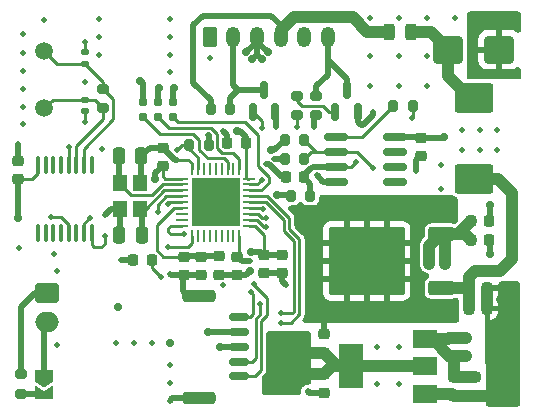
<source format=gbr>
%TF.GenerationSoftware,KiCad,Pcbnew,7.0.9*%
%TF.CreationDate,2023-11-27T14:53:40+10:00*%
%TF.ProjectId,cansult,63616e73-756c-4742-9e6b-696361645f70,rev?*%
%TF.SameCoordinates,Original*%
%TF.FileFunction,Copper,L1,Top*%
%TF.FilePolarity,Positive*%
%FSLAX46Y46*%
G04 Gerber Fmt 4.6, Leading zero omitted, Abs format (unit mm)*
G04 Created by KiCad (PCBNEW 7.0.9) date 2023-11-27 14:53:40*
%MOMM*%
%LPD*%
G01*
G04 APERTURE LIST*
G04 Aperture macros list*
%AMRoundRect*
0 Rectangle with rounded corners*
0 $1 Rounding radius*
0 $2 $3 $4 $5 $6 $7 $8 $9 X,Y pos of 4 corners*
0 Add a 4 corners polygon primitive as box body*
4,1,4,$2,$3,$4,$5,$6,$7,$8,$9,$2,$3,0*
0 Add four circle primitives for the rounded corners*
1,1,$1+$1,$2,$3*
1,1,$1+$1,$4,$5*
1,1,$1+$1,$6,$7*
1,1,$1+$1,$8,$9*
0 Add four rect primitives between the rounded corners*
20,1,$1+$1,$2,$3,$4,$5,0*
20,1,$1+$1,$4,$5,$6,$7,0*
20,1,$1+$1,$6,$7,$8,$9,0*
20,1,$1+$1,$8,$9,$2,$3,0*%
%AMFreePoly0*
4,1,6,1.000000,0.000000,0.500000,-0.750000,-0.500000,-0.750000,-0.500000,0.750000,0.500000,0.750000,1.000000,0.000000,1.000000,0.000000,$1*%
%AMFreePoly1*
4,1,6,0.500000,-0.750000,-0.650000,-0.750000,-0.150000,0.000000,-0.650000,0.750000,0.500000,0.750000,0.500000,-0.750000,0.500000,-0.750000,$1*%
G04 Aperture macros list end*
%TA.AperFunction,SMDPad,CuDef*%
%ADD10RoundRect,0.225000X-0.225000X-0.250000X0.225000X-0.250000X0.225000X0.250000X-0.225000X0.250000X0*%
%TD*%
%TA.AperFunction,SMDPad,CuDef*%
%ADD11R,2.000000X1.500000*%
%TD*%
%TA.AperFunction,SMDPad,CuDef*%
%ADD12R,2.000000X3.800000*%
%TD*%
%TA.AperFunction,SMDPad,CuDef*%
%ADD13RoundRect,0.200000X0.200000X0.275000X-0.200000X0.275000X-0.200000X-0.275000X0.200000X-0.275000X0*%
%TD*%
%TA.AperFunction,SMDPad,CuDef*%
%ADD14RoundRect,0.150000X0.700000X-0.150000X0.700000X0.150000X-0.700000X0.150000X-0.700000X-0.150000X0*%
%TD*%
%TA.AperFunction,SMDPad,CuDef*%
%ADD15RoundRect,0.250000X1.150000X-0.250000X1.150000X0.250000X-1.150000X0.250000X-1.150000X-0.250000X0*%
%TD*%
%TA.AperFunction,SMDPad,CuDef*%
%ADD16RoundRect,0.225000X-0.250000X0.225000X-0.250000X-0.225000X0.250000X-0.225000X0.250000X0.225000X0*%
%TD*%
%TA.AperFunction,SMDPad,CuDef*%
%ADD17RoundRect,0.150000X0.150000X-0.587500X0.150000X0.587500X-0.150000X0.587500X-0.150000X-0.587500X0*%
%TD*%
%TA.AperFunction,SMDPad,CuDef*%
%ADD18RoundRect,0.200000X-0.275000X0.200000X-0.275000X-0.200000X0.275000X-0.200000X0.275000X0.200000X0*%
%TD*%
%TA.AperFunction,SMDPad,CuDef*%
%ADD19RoundRect,0.243750X0.243750X0.456250X-0.243750X0.456250X-0.243750X-0.456250X0.243750X-0.456250X0*%
%TD*%
%TA.AperFunction,SMDPad,CuDef*%
%ADD20RoundRect,0.140000X0.170000X-0.140000X0.170000X0.140000X-0.170000X0.140000X-0.170000X-0.140000X0*%
%TD*%
%TA.AperFunction,SMDPad,CuDef*%
%ADD21RoundRect,0.200000X-0.200000X-0.275000X0.200000X-0.275000X0.200000X0.275000X-0.200000X0.275000X0*%
%TD*%
%TA.AperFunction,SMDPad,CuDef*%
%ADD22RoundRect,0.218750X-0.256250X0.218750X-0.256250X-0.218750X0.256250X-0.218750X0.256250X0.218750X0*%
%TD*%
%TA.AperFunction,SMDPad,CuDef*%
%ADD23RoundRect,0.225000X0.250000X-0.225000X0.250000X0.225000X-0.250000X0.225000X-0.250000X-0.225000X0*%
%TD*%
%TA.AperFunction,SMDPad,CuDef*%
%ADD24RoundRect,0.200000X0.275000X-0.200000X0.275000X0.200000X-0.275000X0.200000X-0.275000X-0.200000X0*%
%TD*%
%TA.AperFunction,SMDPad,CuDef*%
%ADD25RoundRect,0.140000X-0.170000X0.140000X-0.170000X-0.140000X0.170000X-0.140000X0.170000X0.140000X0*%
%TD*%
%TA.AperFunction,SMDPad,CuDef*%
%ADD26RoundRect,0.250000X-0.250000X-0.475000X0.250000X-0.475000X0.250000X0.475000X-0.250000X0.475000X0*%
%TD*%
%TA.AperFunction,SMDPad,CuDef*%
%ADD27RoundRect,0.250000X1.400000X1.000000X-1.400000X1.000000X-1.400000X-1.000000X1.400000X-1.000000X0*%
%TD*%
%TA.AperFunction,SMDPad,CuDef*%
%ADD28RoundRect,0.250000X-1.000000X-0.900000X1.000000X-0.900000X1.000000X0.900000X-1.000000X0.900000X0*%
%TD*%
%TA.AperFunction,SMDPad,CuDef*%
%ADD29RoundRect,0.225000X0.225000X0.250000X-0.225000X0.250000X-0.225000X-0.250000X0.225000X-0.250000X0*%
%TD*%
%TA.AperFunction,ConnectorPad*%
%ADD30C,0.787400*%
%TD*%
%TA.AperFunction,SMDPad,CuDef*%
%ADD31FreePoly0,270.000000*%
%TD*%
%TA.AperFunction,SMDPad,CuDef*%
%ADD32FreePoly1,270.000000*%
%TD*%
%TA.AperFunction,SMDPad,CuDef*%
%ADD33RoundRect,0.062500X-0.475000X-0.062500X0.475000X-0.062500X0.475000X0.062500X-0.475000X0.062500X0*%
%TD*%
%TA.AperFunction,SMDPad,CuDef*%
%ADD34RoundRect,0.062500X-0.062500X-0.475000X0.062500X-0.475000X0.062500X0.475000X-0.062500X0.475000X0*%
%TD*%
%TA.AperFunction,SMDPad,CuDef*%
%ADD35R,4.100000X4.100000*%
%TD*%
%TA.AperFunction,SMDPad,CuDef*%
%ADD36RoundRect,0.150000X-0.825000X-0.150000X0.825000X-0.150000X0.825000X0.150000X-0.825000X0.150000X0*%
%TD*%
%TA.AperFunction,ComponentPad*%
%ADD37C,1.500000*%
%TD*%
%TA.AperFunction,SMDPad,CuDef*%
%ADD38RoundRect,0.250000X0.850000X0.350000X-0.850000X0.350000X-0.850000X-0.350000X0.850000X-0.350000X0*%
%TD*%
%TA.AperFunction,SMDPad,CuDef*%
%ADD39RoundRect,0.250000X1.275000X1.125000X-1.275000X1.125000X-1.275000X-1.125000X1.275000X-1.125000X0*%
%TD*%
%TA.AperFunction,SMDPad,CuDef*%
%ADD40RoundRect,0.249997X2.950003X2.650003X-2.950003X2.650003X-2.950003X-2.650003X2.950003X-2.650003X0*%
%TD*%
%TA.AperFunction,SMDPad,CuDef*%
%ADD41R,1.200000X1.400000*%
%TD*%
%TA.AperFunction,ComponentPad*%
%ADD42RoundRect,0.250000X-0.750000X0.600000X-0.750000X-0.600000X0.750000X-0.600000X0.750000X0.600000X0*%
%TD*%
%TA.AperFunction,ComponentPad*%
%ADD43O,2.000000X1.700000*%
%TD*%
%TA.AperFunction,SMDPad,CuDef*%
%ADD44RoundRect,0.250000X0.250000X0.475000X-0.250000X0.475000X-0.250000X-0.475000X0.250000X-0.475000X0*%
%TD*%
%TA.AperFunction,ComponentPad*%
%ADD45RoundRect,0.250000X-0.350000X-0.625000X0.350000X-0.625000X0.350000X0.625000X-0.350000X0.625000X0*%
%TD*%
%TA.AperFunction,ComponentPad*%
%ADD46O,1.200000X1.750000*%
%TD*%
%TA.AperFunction,SMDPad,CuDef*%
%ADD47RoundRect,0.100000X0.100000X-0.637500X0.100000X0.637500X-0.100000X0.637500X-0.100000X-0.637500X0*%
%TD*%
%TA.AperFunction,ViaPad*%
%ADD48C,0.500000*%
%TD*%
%TA.AperFunction,ViaPad*%
%ADD49C,0.700000*%
%TD*%
%TA.AperFunction,Conductor*%
%ADD50C,0.500000*%
%TD*%
%TA.AperFunction,Conductor*%
%ADD51C,0.254000*%
%TD*%
%TA.AperFunction,Conductor*%
%ADD52C,1.000000*%
%TD*%
%TA.AperFunction,Conductor*%
%ADD53C,0.250000*%
%TD*%
G04 APERTURE END LIST*
D10*
%TO.P,C25,1*%
%TO.N,/power/+12 VIN*%
X205325000Y-94400000D03*
%TO.P,C25,2*%
%TO.N,GND*%
X206875000Y-94400000D03*
%TD*%
D11*
%TO.P,U5,1,GND*%
%TO.N,GND*%
X201650000Y-101600000D03*
%TO.P,U5,2,VO*%
%TO.N,+3V3*%
X201650000Y-99300000D03*
D12*
X195350000Y-99300000D03*
D11*
%TO.P,U5,3,VI*%
%TO.N,+5V*%
X201650000Y-97000000D03*
%TD*%
D13*
%TO.P,R2,1*%
%TO.N,/consult/OA-*%
X191425000Y-80100000D03*
%TO.P,R2,2*%
%TO.N,+3V3*%
X189775000Y-80100000D03*
%TD*%
D14*
%TO.P,J4,1,Pin_1*%
%TO.N,MCU_RX*%
X185850000Y-100150000D03*
%TO.P,J4,2,Pin_2*%
%TO.N,MCU_TX*%
X185850000Y-98900000D03*
%TO.P,J4,3,Pin_3*%
%TO.N,GND*%
X185850000Y-97650000D03*
%TO.P,J4,4,Pin_4*%
%TO.N,+5V*%
X185850000Y-96400000D03*
%TO.P,J4,5,Pin_5*%
%TO.N,BT_EN*%
X185850000Y-95150000D03*
D15*
%TO.P,J4,MP,MountPin*%
%TO.N,GND*%
X182500000Y-102000000D03*
X182500000Y-93300000D03*
%TD*%
D16*
%TO.P,C15,1*%
%TO.N,+3V3A*%
X181200000Y-90000000D03*
%TO.P,C15,2*%
%TO.N,GND*%
X181200000Y-91550000D03*
%TD*%
D17*
%TO.P,Q2,1,G*%
%TO.N,CLK_O*%
X187050000Y-77737500D03*
%TO.P,Q2,2,S*%
%TO.N,GND*%
X188950000Y-77737500D03*
%TO.P,Q2,3,D*%
%TO.N,CNSLT_CLK*%
X188000000Y-75862500D03*
%TD*%
D10*
%TO.P,C23,1*%
%TO.N,/power/+12 VIN*%
X205350000Y-92700000D03*
%TO.P,C23,2*%
%TO.N,GND*%
X206900000Y-92700000D03*
%TD*%
D18*
%TO.P,R5,1*%
%TO.N,CNSLT_RX*%
X192400000Y-76375000D03*
%TO.P,R5,2*%
%TO.N,+12V*%
X192400000Y-78025000D03*
%TD*%
D19*
%TO.P,F1,1*%
%TO.N,/power/+12 FUSED*%
X200437500Y-71000000D03*
%TO.P,F1,2*%
%TO.N,+12V*%
X198562500Y-71000000D03*
%TD*%
D10*
%TO.P,C27,1*%
%TO.N,+5V*%
X205525000Y-88600000D03*
%TO.P,C27,2*%
%TO.N,GND*%
X207075000Y-88600000D03*
%TD*%
D20*
%TO.P,C4,1*%
%TO.N,OSC_OUT*%
X172800000Y-73680000D03*
%TO.P,C4,2*%
%TO.N,GND*%
X172800000Y-72720000D03*
%TD*%
D16*
%TO.P,C13,1*%
%TO.N,+3V3*%
X188000000Y-89850000D03*
%TO.P,C13,2*%
%TO.N,GND*%
X188000000Y-91400000D03*
%TD*%
D21*
%TO.P,R9,1*%
%TO.N,/mcu/BOOT0*%
X181675000Y-80562500D03*
%TO.P,R9,2*%
%TO.N,GND*%
X183325000Y-80562500D03*
%TD*%
D22*
%TO.P,FB1,1*%
%TO.N,+3V3A*%
X184200000Y-89987500D03*
%TO.P,FB1,2*%
%TO.N,+3V3*%
X184200000Y-91562500D03*
%TD*%
D23*
%TO.P,C5,1*%
%TO.N,+3V3*%
X167200000Y-83475000D03*
%TO.P,C5,2*%
%TO.N,GND*%
X167200000Y-81925000D03*
%TD*%
D13*
%TO.P,R1,1*%
%TO.N,CNSLT_TX*%
X191925000Y-84900000D03*
%TO.P,R1,2*%
%TO.N,+3V3*%
X190275000Y-84900000D03*
%TD*%
D24*
%TO.P,R8,1*%
%TO.N,OSC_IN*%
X174400000Y-77425000D03*
%TO.P,R8,2*%
%TO.N,OSC_OUT*%
X174400000Y-75775000D03*
%TD*%
D13*
%TO.P,R7,1*%
%TO.N,CNSLT_CLK*%
X185125000Y-77500000D03*
%TO.P,R7,2*%
%TO.N,+12V*%
X183475000Y-77500000D03*
%TD*%
D16*
%TO.P,C9,1*%
%TO.N,+3V3*%
X189500000Y-89850000D03*
%TO.P,C9,2*%
%TO.N,GND*%
X189500000Y-91400000D03*
%TD*%
%TO.P,C2,1*%
%TO.N,+3V3*%
X201275000Y-79930000D03*
%TO.P,C2,2*%
%TO.N,GND*%
X201275000Y-81480000D03*
%TD*%
D25*
%TO.P,C3,1*%
%TO.N,OSC_IN*%
X172800000Y-76720000D03*
%TO.P,C3,2*%
%TO.N,GND*%
X172800000Y-77680000D03*
%TD*%
D26*
%TO.P,C12,1*%
%TO.N,GND*%
X175750000Y-88162500D03*
%TO.P,C12,2*%
%TO.N,/mcu/HSE_OUT*%
X177650000Y-88162500D03*
%TD*%
D27*
%TO.P,D3,1,K*%
%TO.N,/power/+12 VIN*%
X205750000Y-83400000D03*
%TO.P,D3,2,A*%
%TO.N,/power/+12 FUSED*%
X205750000Y-76600000D03*
%TD*%
D16*
%TO.P,C21,1*%
%TO.N,+5V*%
X205850000Y-100225000D03*
%TO.P,C21,2*%
%TO.N,GND*%
X205850000Y-101775000D03*
%TD*%
D21*
%TO.P,R6,1*%
%TO.N,/consult/RX_OO*%
X198925000Y-77250000D03*
%TO.P,R6,2*%
%TO.N,MCU_RX*%
X200575000Y-77250000D03*
%TD*%
D28*
%TO.P,D2,1,A1*%
%TO.N,/power/+12 FUSED*%
X203600000Y-72500000D03*
%TO.P,D2,2,A2*%
%TO.N,GND*%
X207900000Y-72500000D03*
%TD*%
D23*
%TO.P,C11,1*%
%TO.N,+3V3*%
X179412500Y-82337500D03*
%TO.P,C11,2*%
%TO.N,GND*%
X179412500Y-80787500D03*
%TD*%
D29*
%TO.P,C14,1*%
%TO.N,+3V3*%
X186437500Y-80400000D03*
%TO.P,C14,2*%
%TO.N,GND*%
X184887500Y-80400000D03*
%TD*%
D30*
%TO.P,J2,1,VCC*%
%TO.N,+3V3*%
X180270000Y-76900000D03*
%TO.P,J2,2,SWDIO*%
%TO.N,SWDIO*%
X180270000Y-78170000D03*
%TO.P,J2,3,~{RESET}*%
%TO.N,NRST*%
X179000000Y-76900000D03*
%TO.P,J2,4,SWCLK*%
%TO.N,SWCLK*%
X179000000Y-78170000D03*
%TO.P,J2,5,GND*%
%TO.N,GND*%
X177730000Y-76900000D03*
%TO.P,J2,6,SWO*%
%TO.N,SWO*%
X177730000Y-78170000D03*
%TD*%
D31*
%TO.P,JP4,1,A*%
%TO.N,/mcu/CANL*%
X169400000Y-100075000D03*
D32*
%TO.P,JP4,2,B*%
%TO.N,Net-(JP4-B)*%
X169400000Y-101525000D03*
%TD*%
D33*
%TO.P,U4,1,VDD*%
%TO.N,+3V3*%
X181075000Y-83400000D03*
%TO.P,U4,2,PD0*%
%TO.N,/mcu/HSE_IN*%
X181075000Y-83900000D03*
%TO.P,U4,3,PD1*%
%TO.N,/mcu/HSE_OUT*%
X181075000Y-84400000D03*
%TO.P,U4,4,NRST*%
%TO.N,NRST*%
X181075000Y-84900000D03*
%TO.P,U4,5,VSSA*%
%TO.N,GND*%
X181075000Y-85400000D03*
%TO.P,U4,6,VDDA*%
%TO.N,+3V3A*%
X181075000Y-85900000D03*
%TO.P,U4,7,PA0*%
%TO.N,unconnected-(U4-PA0-Pad7)*%
X181075000Y-86400000D03*
%TO.P,U4,8,PA1*%
%TO.N,unconnected-(U4-PA1-Pad8)*%
X181075000Y-86900000D03*
%TO.P,U4,9,USART2_TX*%
%TO.N,MCU_RX*%
X181075000Y-87400000D03*
D34*
%TO.P,U4,10,USART2_RX*%
%TO.N,MCU_TX*%
X181912500Y-88237500D03*
%TO.P,U4,11,PA4*%
%TO.N,unconnected-(U4-PA4-Pad11)*%
X182412500Y-88237500D03*
%TO.P,U4,12,PA5*%
%TO.N,unconnected-(U4-PA5-Pad12)*%
X182912500Y-88237500D03*
%TO.P,U4,13,PA6*%
%TO.N,unconnected-(U4-PA6-Pad13)*%
X183412500Y-88237500D03*
%TO.P,U4,14,PA7*%
%TO.N,unconnected-(U4-PA7-Pad14)*%
X183912500Y-88237500D03*
%TO.P,U4,15,PB0*%
%TO.N,unconnected-(U4-PB0-Pad15)*%
X184412500Y-88237500D03*
%TO.P,U4,16,PB1*%
%TO.N,unconnected-(U4-PB1-Pad16)*%
X184912500Y-88237500D03*
%TO.P,U4,17,PB2*%
%TO.N,unconnected-(U4-PB2-Pad17)*%
X185412500Y-88237500D03*
%TO.P,U4,18,VSS*%
%TO.N,GND*%
X185912500Y-88237500D03*
D33*
%TO.P,U4,19,VDD*%
%TO.N,+3V3*%
X186750000Y-87400000D03*
%TO.P,U4,20,PA8*%
%TO.N,BT_EN*%
X186750000Y-86900000D03*
%TO.P,U4,21,USART1_TX*%
%TO.N,MCU_TX*%
X186750000Y-86400000D03*
%TO.P,U4,22,USART1_RX*%
%TO.N,MCU_RX*%
X186750000Y-85900000D03*
%TO.P,U4,23,PA11*%
%TO.N,CAN_RX*%
X186750000Y-85400000D03*
%TO.P,U4,24,PA12*%
%TO.N,CAN_TX*%
X186750000Y-84900000D03*
%TO.P,U4,25,PA13*%
%TO.N,SWDIO*%
X186750000Y-84400000D03*
%TO.P,U4,26,VSS*%
%TO.N,GND*%
X186750000Y-83900000D03*
%TO.P,U4,27,VDD*%
%TO.N,+3V3*%
X186750000Y-83400000D03*
D34*
%TO.P,U4,28,PA14*%
%TO.N,SWCLK*%
X185912500Y-82562500D03*
%TO.P,U4,29,PA15*%
%TO.N,unconnected-(U4-PA15-Pad29)*%
X185412500Y-82562500D03*
%TO.P,U4,30,PB3*%
%TO.N,SWO*%
X184912500Y-82562500D03*
%TO.P,U4,31,PB4*%
%TO.N,unconnected-(U4-PB4-Pad31)*%
X184412500Y-82562500D03*
%TO.P,U4,32,PB5*%
%TO.N,unconnected-(U4-PB5-Pad32)*%
X183912500Y-82562500D03*
%TO.P,U4,33,PB6*%
%TO.N,unconnected-(U4-PB6-Pad33)*%
X183412500Y-82562500D03*
%TO.P,U4,34,PB7*%
%TO.N,unconnected-(U4-PB7-Pad34)*%
X182912500Y-82562500D03*
%TO.P,U4,35,BOOT0*%
%TO.N,/mcu/BOOT0*%
X182412500Y-82562500D03*
%TO.P,U4,36,VSS*%
%TO.N,GND*%
X181912500Y-82562500D03*
D35*
%TO.P,U4,37,VSS*%
X183912500Y-85400000D03*
%TD*%
D16*
%TO.P,C24,1*%
%TO.N,+3V3*%
X193100000Y-99975000D03*
%TO.P,C24,2*%
%TO.N,GND*%
X193100000Y-101525000D03*
%TD*%
D36*
%TO.P,U1,1*%
%TO.N,/consult/RX_OO*%
X194125000Y-79845000D03*
%TO.P,U1,2,-*%
%TO.N,/consult/OA-*%
X194125000Y-81115000D03*
%TO.P,U1,3,+*%
%TO.N,CNSLT_TX*%
X194125000Y-82385000D03*
%TO.P,U1,4,V-*%
%TO.N,GND*%
X194125000Y-83655000D03*
%TO.P,U1,5,+*%
%TO.N,unconnected-(U1B-+-Pad5)*%
X199075000Y-83655000D03*
%TO.P,U1,6,-*%
%TO.N,unconnected-(U1B---Pad6)*%
X199075000Y-82385000D03*
%TO.P,U1,7*%
%TO.N,unconnected-(U1-Pad7)*%
X199075000Y-81115000D03*
%TO.P,U1,8,V+*%
%TO.N,+3V3*%
X199075000Y-79845000D03*
%TD*%
D23*
%TO.P,C26,1*%
%TO.N,+3V3*%
X193100000Y-98150000D03*
%TO.P,C26,2*%
%TO.N,GND*%
X193100000Y-96600000D03*
%TD*%
D37*
%TO.P,Y1,1,1*%
%TO.N,OSC_IN*%
X169400000Y-77450000D03*
%TO.P,Y1,2,2*%
%TO.N,OSC_OUT*%
X169400000Y-72570000D03*
%TD*%
D38*
%TO.P,U6,1,VI*%
%TO.N,/power/+12 VIN*%
X203000000Y-92660000D03*
D39*
%TO.P,U6,2,GND*%
%TO.N,GND*%
X198375000Y-91905000D03*
X198375000Y-88855000D03*
D40*
X196700000Y-90380000D03*
D39*
X195025000Y-91905000D03*
X195025000Y-88855000D03*
D38*
%TO.P,U6,3,VO*%
%TO.N,+5V*%
X203000000Y-88100000D03*
%TD*%
D21*
%TO.P,R3,1*%
%TO.N,GND*%
X189775000Y-81700000D03*
%TO.P,R3,2*%
%TO.N,/consult/OA-*%
X191425000Y-81700000D03*
%TD*%
D41*
%TO.P,Y2,1,1*%
%TO.N,/mcu/HSE_IN*%
X175800000Y-83750000D03*
%TO.P,Y2,2,2*%
%TO.N,GND*%
X175800000Y-85950000D03*
%TO.P,Y2,3,3*%
%TO.N,/mcu/HSE_OUT*%
X177500000Y-85950000D03*
%TO.P,Y2,4,4*%
%TO.N,GND*%
X177500000Y-83750000D03*
%TD*%
D42*
%TO.P,J3,1,Pin_1*%
%TO.N,/mcu/CANH*%
X169650000Y-93050000D03*
D43*
%TO.P,J3,2,Pin_2*%
%TO.N,/mcu/CANL*%
X169650000Y-95550000D03*
%TD*%
D16*
%TO.P,C20,1*%
%TO.N,+5V*%
X204100000Y-100225000D03*
%TO.P,C20,2*%
%TO.N,GND*%
X204100000Y-101775000D03*
%TD*%
D18*
%TO.P,R10,1*%
%TO.N,/mcu/CANH*%
X167400000Y-99975000D03*
%TO.P,R10,2*%
%TO.N,Net-(JP4-B)*%
X167400000Y-101625000D03*
%TD*%
D10*
%TO.P,C10,1*%
%TO.N,GND*%
X176925000Y-90312500D03*
%TO.P,C10,2*%
%TO.N,/mcu/NRST BJ*%
X178475000Y-90312500D03*
%TD*%
D44*
%TO.P,C7,1*%
%TO.N,GND*%
X177600000Y-81500000D03*
%TO.P,C7,2*%
%TO.N,/mcu/HSE_IN*%
X175700000Y-81500000D03*
%TD*%
D29*
%TO.P,C1,1*%
%TO.N,CNSLT_TX*%
X191375000Y-83300000D03*
%TO.P,C1,2*%
%TO.N,GND*%
X189825000Y-83300000D03*
%TD*%
D10*
%TO.P,C28,1*%
%TO.N,+5V*%
X205525000Y-87000000D03*
%TO.P,C28,2*%
%TO.N,GND*%
X207075000Y-87000000D03*
%TD*%
D45*
%TO.P,J1,1,Pin_1*%
%TO.N,unconnected-(J1-Pin_1-Pad1)*%
X183400000Y-71450000D03*
D46*
%TO.P,J1,2,Pin_2*%
%TO.N,CNSLT_CLK*%
X185400000Y-71450000D03*
%TO.P,J1,3,Pin_3*%
%TO.N,GND*%
X187400000Y-71450000D03*
%TO.P,J1,4,Pin_4*%
%TO.N,+12V*%
X189400000Y-71450000D03*
%TO.P,J1,5,Pin_5*%
%TO.N,CNSLT_TX*%
X191400000Y-71450000D03*
%TO.P,J1,6,Pin_6*%
%TO.N,CNSLT_RX*%
X193400000Y-71450000D03*
%TD*%
D24*
%TO.P,R4,1*%
%TO.N,MCU_TX*%
X190800000Y-78025000D03*
%TO.P,R4,2*%
%TO.N,Net-(Q1-G)*%
X190800000Y-76375000D03*
%TD*%
D16*
%TO.P,C17,1*%
%TO.N,+3V3A*%
X182700000Y-90000000D03*
%TO.P,C17,2*%
%TO.N,GND*%
X182700000Y-91550000D03*
%TD*%
D17*
%TO.P,Q1,1,G*%
%TO.N,Net-(Q1-G)*%
X194050000Y-77737500D03*
%TO.P,Q1,2,S*%
%TO.N,GND*%
X195950000Y-77737500D03*
%TO.P,Q1,3,D*%
%TO.N,CNSLT_RX*%
X195000000Y-75862500D03*
%TD*%
D47*
%TO.P,U2,1,Q12*%
%TO.N,unconnected-(U2-Q12-Pad1)*%
X168850000Y-88000000D03*
%TO.P,U2,2,Q13*%
%TO.N,unconnected-(U2-Q13-Pad2)*%
X169500000Y-88000000D03*
%TO.P,U2,3,Q14*%
%TO.N,unconnected-(U2-Q14-Pad3)*%
X170150000Y-88000000D03*
%TO.P,U2,4,Q6*%
%TO.N,unconnected-(U2-Q6-Pad4)*%
X170800000Y-88000000D03*
%TO.P,U2,5,Q5*%
%TO.N,/consult/CLK_Q5*%
X171450000Y-88000000D03*
%TO.P,U2,6,Q7*%
%TO.N,unconnected-(U2-Q7-Pad6)*%
X172100000Y-88000000D03*
%TO.P,U2,7,Q4*%
%TO.N,/consult/CLK_Q4*%
X172750000Y-88000000D03*
%TO.P,U2,8,GND*%
%TO.N,GND*%
X173400000Y-88000000D03*
%TO.P,U2,9,OSC_OUT_2*%
%TO.N,unconnected-(U2-OSC_OUT_2-Pad9)*%
X173400000Y-82275000D03*
%TO.P,U2,10,OSC_OUT_1*%
%TO.N,OSC_OUT*%
X172750000Y-82275000D03*
%TO.P,U2,11,OSC_IN*%
%TO.N,OSC_IN*%
X172100000Y-82275000D03*
%TO.P,U2,12,RESET*%
%TO.N,GND*%
X171450000Y-82275000D03*
%TO.P,U2,13,Q9*%
%TO.N,unconnected-(U2-Q9-Pad13)*%
X170800000Y-82275000D03*
%TO.P,U2,14,Q8*%
%TO.N,unconnected-(U2-Q8-Pad14)*%
X170150000Y-82275000D03*
%TO.P,U2,15,Q10*%
%TO.N,unconnected-(U2-Q10-Pad15)*%
X169500000Y-82275000D03*
%TO.P,U2,16,VCC*%
%TO.N,+3V3*%
X168850000Y-82275000D03*
%TD*%
D23*
%TO.P,C19,1*%
%TO.N,+3V3*%
X185700000Y-91550000D03*
%TO.P,C19,2*%
%TO.N,GND*%
X185700000Y-90000000D03*
%TD*%
D48*
%TO.N,CNSLT_TX*%
X195750000Y-82000000D03*
%TO.N,GND*%
X183400000Y-73200000D03*
X170250000Y-89750000D03*
X167600000Y-74300000D03*
D49*
X198400000Y-94900000D03*
X195000000Y-86000000D03*
D48*
X199400000Y-73000000D03*
X187826500Y-83502796D03*
X199400000Y-97700000D03*
X180000000Y-102200000D03*
X167600000Y-77300000D03*
X198900000Y-88500000D03*
D49*
X195000000Y-94900000D03*
X207500000Y-69750000D03*
D48*
X180000000Y-71400000D03*
X170500000Y-91200000D03*
X207750000Y-81000000D03*
D49*
X207100000Y-89800000D03*
X208700000Y-100300000D03*
D48*
X182400000Y-83900000D03*
D49*
X208700000Y-94400000D03*
D48*
X206250000Y-81000000D03*
X175500000Y-97300000D03*
X191700000Y-101400000D03*
X197250000Y-77750000D03*
X196700000Y-92200000D03*
X206250000Y-79250000D03*
X174000000Y-69900000D03*
D49*
X186500000Y-72700000D03*
D48*
X188819785Y-81768699D03*
D49*
X193200000Y-94900000D03*
D48*
X197600000Y-97696228D03*
X175900000Y-90260000D03*
X201800000Y-69800000D03*
D49*
X198400000Y-86000000D03*
D48*
X167600000Y-72800000D03*
X201800000Y-75600000D03*
D49*
X202800000Y-86000000D03*
X192200000Y-89900000D03*
D48*
X169400000Y-70000000D03*
D49*
X187800000Y-73300000D03*
D48*
X199400000Y-100800000D03*
X197000000Y-69800000D03*
X180000000Y-99200000D03*
X172800000Y-75200000D03*
D49*
X200000000Y-94900000D03*
D48*
X207750000Y-79250000D03*
X186849812Y-90402843D03*
X177000000Y-97300000D03*
X180000000Y-100700000D03*
D49*
X208700000Y-92700000D03*
D48*
X174300000Y-80900000D03*
X180000000Y-69900000D03*
D49*
X192200000Y-93600000D03*
D48*
X198900000Y-92200000D03*
X171450000Y-80700000D03*
X172800000Y-78600000D03*
X167600000Y-71200000D03*
X197000000Y-73000000D03*
D49*
X208750000Y-69750000D03*
D48*
X203000000Y-82250000D03*
D49*
X192200000Y-88200000D03*
D48*
X172800000Y-71800000D03*
X204750000Y-81000000D03*
D49*
X196700000Y-94900000D03*
D48*
X197600000Y-100800000D03*
X204750000Y-79250000D03*
X185400000Y-87000000D03*
X194500000Y-92200000D03*
D49*
X208700000Y-97400000D03*
D48*
X184556358Y-92441960D03*
X201800000Y-73000000D03*
X185400000Y-83900000D03*
X197000000Y-75600000D03*
X192500000Y-83123500D03*
X180600000Y-81800000D03*
D49*
X192200000Y-86500000D03*
D48*
X194500000Y-88500000D03*
D49*
X196700000Y-86000000D03*
D48*
X203000000Y-84250000D03*
X204200000Y-69800000D03*
X174500000Y-86500000D03*
X200900000Y-82750000D03*
X180000000Y-72900000D03*
X184567947Y-79351108D03*
X188200000Y-82200000D03*
D49*
X207100000Y-85600000D03*
D48*
X174500000Y-88300000D03*
X167600000Y-78800000D03*
D49*
X175650000Y-94270000D03*
X177500000Y-75100000D03*
X200300000Y-86000000D03*
D48*
X189900000Y-92450000D03*
X180050000Y-91500000D03*
X196700000Y-88500000D03*
D49*
X184250000Y-97650000D03*
D48*
X170500000Y-97500000D03*
X167250000Y-89250000D03*
D49*
X205700000Y-71000000D03*
D48*
X199400000Y-69800000D03*
X182400000Y-87000000D03*
X167600000Y-75800000D03*
X180000000Y-74400000D03*
X167200000Y-80500000D03*
X183286768Y-79690595D03*
D49*
X192200000Y-91700000D03*
X206250000Y-69750000D03*
X208700000Y-101800000D03*
D48*
X199400000Y-75600000D03*
X179908819Y-85520497D03*
D49*
X187000000Y-73300000D03*
D48*
X189000000Y-79000000D03*
D49*
X193500000Y-86000000D03*
X188300000Y-72700000D03*
D48*
X174000000Y-71400000D03*
X178500000Y-97300000D03*
X174000000Y-72900000D03*
D49*
%TO.N,+3V3*%
X186902540Y-89605081D03*
X188700000Y-100000000D03*
X189124384Y-84775616D03*
X180400000Y-75700000D03*
X186850013Y-91202343D03*
X167200000Y-86700000D03*
X188700000Y-98100000D03*
X188600000Y-81000000D03*
X191200000Y-98100000D03*
X191200000Y-100000000D03*
X178800000Y-83400000D03*
X203250000Y-79900000D03*
X180000000Y-97300000D03*
X189900000Y-100000000D03*
X185687000Y-79399524D03*
X189900000Y-98100000D03*
%TO.N,+5V*%
X205100000Y-96900000D03*
X205100000Y-98400000D03*
X203300000Y-89400000D03*
X183250000Y-96400000D03*
X203300000Y-90600000D03*
X203700000Y-98400000D03*
X203700000Y-96900000D03*
X202000000Y-89400000D03*
X202000000Y-90600000D03*
D48*
%TO.N,+12V*%
X192250000Y-79000000D03*
D49*
%TO.N,NRST*%
X179100000Y-75700000D03*
D48*
X179000000Y-86200000D03*
%TO.N,/consult/CLK_Q5*%
X170000000Y-86630000D03*
%TO.N,CLK_O*%
X187800000Y-79100000D03*
%TO.N,/consult/CLK_Q4*%
X173250000Y-86700000D03*
%TO.N,/mcu/BOOT0*%
X180607372Y-80993128D03*
%TO.N,MCU_TX*%
X190750000Y-79000000D03*
X179900000Y-89200000D03*
X187700000Y-94000000D03*
X188192964Y-86708259D03*
%TO.N,MCU_RX*%
X187937500Y-86002796D03*
X181200000Y-88100000D03*
X187118555Y-92294094D03*
X200500000Y-78250000D03*
%TO.N,CAN_TX*%
X189400000Y-95600000D03*
%TO.N,CAN_RX*%
X189400000Y-94800000D03*
%TO.N,/mcu/NRST BJ*%
X179250000Y-91750000D03*
%TO.N,/consult/OA-*%
X197250000Y-82500000D03*
%TO.N,BT_EN*%
X186934148Y-92968852D03*
X188200000Y-87500000D03*
%TD*%
D50*
%TO.N,CNSLT_TX*%
X191375000Y-83300000D02*
X191375000Y-83125000D01*
D51*
X195750000Y-82000000D02*
X195365000Y-82385000D01*
D50*
X192134239Y-82385000D02*
X194125000Y-82385000D01*
X191925000Y-83850000D02*
X191375000Y-83300000D01*
X191925000Y-84900000D02*
X191925000Y-83850000D01*
D51*
X195365000Y-82385000D02*
X194125000Y-82385000D01*
D50*
X191894239Y-82625000D02*
X192134239Y-82385000D01*
X191375000Y-83125000D02*
X191875000Y-82625000D01*
X191875000Y-82625000D02*
X191894239Y-82625000D01*
D51*
%TO.N,GND*%
X181600000Y-81800000D02*
X181912500Y-82112500D01*
D50*
X174500000Y-86500000D02*
X175050000Y-85950000D01*
X175952500Y-90312500D02*
X176925000Y-90312500D01*
X187400000Y-71800000D02*
X186500000Y-72700000D01*
D51*
X181075000Y-85400000D02*
X180029316Y-85400000D01*
X187429296Y-83900000D02*
X186750000Y-83900000D01*
D50*
X181100000Y-92900000D02*
X181100000Y-91650000D01*
X200900000Y-82750000D02*
X200900000Y-81855000D01*
D51*
X180029316Y-85400000D02*
X179908819Y-85520497D01*
D50*
X187400000Y-71450000D02*
X187400000Y-72900000D01*
D52*
X208675000Y-101775000D02*
X208700000Y-101800000D01*
D50*
X188200000Y-82200000D02*
X188400000Y-82200000D01*
X189500000Y-92050000D02*
X189500000Y-91400000D01*
D51*
X174500000Y-88900000D02*
X174200000Y-89200000D01*
D50*
X193031500Y-83655000D02*
X194125000Y-83655000D01*
X181200000Y-91550000D02*
X182700000Y-91550000D01*
X188819785Y-81768699D02*
X189706301Y-81768699D01*
D51*
X174200000Y-89200000D02*
X173600000Y-89200000D01*
D50*
X189706301Y-81768699D02*
X189775000Y-81700000D01*
X195950000Y-77737500D02*
X195950000Y-78650000D01*
D52*
X203925000Y-101600000D02*
X204100000Y-101775000D01*
D50*
X182500000Y-93300000D02*
X181500000Y-93300000D01*
X200900000Y-81855000D02*
X201275000Y-81480000D01*
X184250000Y-97650000D02*
X185850000Y-97650000D01*
X177600000Y-83650000D02*
X177500000Y-83750000D01*
X178312500Y-80787500D02*
X177600000Y-81500000D01*
D52*
X206900000Y-92700000D02*
X206900000Y-94375000D01*
D50*
X189000000Y-79000000D02*
X189000000Y-77787500D01*
X187400000Y-71450000D02*
X187400000Y-71800000D01*
X193100000Y-95000000D02*
X193200000Y-94900000D01*
X183325000Y-79728827D02*
X183325000Y-80562500D01*
X188400000Y-82200000D02*
X189500000Y-83300000D01*
X187400000Y-72900000D02*
X187800000Y-73300000D01*
X191700000Y-101400000D02*
X191825000Y-101525000D01*
X191825000Y-101525000D02*
X193100000Y-101525000D01*
X175800000Y-88112500D02*
X175750000Y-88162500D01*
X183286768Y-79690595D02*
X183325000Y-79728827D01*
X175900000Y-90260000D02*
X175952500Y-90312500D01*
X193100000Y-96600000D02*
X193100000Y-95000000D01*
X186102843Y-90402843D02*
X185700000Y-90000000D01*
X189500000Y-91400000D02*
X188000000Y-91400000D01*
X179412500Y-80787500D02*
X178312500Y-80787500D01*
D51*
X172800000Y-72720000D02*
X172800000Y-71800000D01*
D50*
X180600000Y-81800000D02*
X180425000Y-81800000D01*
X181100000Y-91650000D02*
X181200000Y-91550000D01*
X187400000Y-72900000D02*
X187000000Y-73300000D01*
D52*
X205850000Y-101775000D02*
X204100000Y-101775000D01*
D50*
X192500000Y-83123500D02*
X193031500Y-83655000D01*
D51*
X187826500Y-83502796D02*
X187429296Y-83900000D01*
D52*
X208700000Y-101800000D02*
X208200000Y-101800000D01*
D51*
X185912500Y-89787500D02*
X185700000Y-90000000D01*
D50*
X186849812Y-90402843D02*
X186102843Y-90402843D01*
D51*
X181912500Y-82112500D02*
X181912500Y-82562500D01*
X174500000Y-88300000D02*
X174500000Y-88900000D01*
X172800000Y-77680000D02*
X172800000Y-78600000D01*
X171450000Y-80700000D02*
X171450000Y-82275000D01*
D50*
X180100000Y-91550000D02*
X181200000Y-91550000D01*
X195950000Y-78650000D02*
X196200000Y-78900000D01*
X196400000Y-78900000D02*
X197250000Y-78050000D01*
D52*
X205850000Y-101775000D02*
X208675000Y-101775000D01*
D50*
X187400000Y-71800000D02*
X188300000Y-72700000D01*
X196200000Y-78900000D02*
X196400000Y-78900000D01*
X177500000Y-75100000D02*
X177730000Y-75330000D01*
D52*
X206900000Y-94375000D02*
X206875000Y-94400000D01*
D50*
X181500000Y-93300000D02*
X181100000Y-92900000D01*
X177600000Y-81500000D02*
X177600000Y-83650000D01*
X175050000Y-85950000D02*
X175800000Y-85950000D01*
X180200000Y-102000000D02*
X182500000Y-102000000D01*
D51*
X173400000Y-89000000D02*
X173400000Y-88000000D01*
D50*
X207100000Y-85600000D02*
X207100000Y-86975000D01*
X177730000Y-75330000D02*
X177730000Y-76900000D01*
X167200000Y-81925000D02*
X167200000Y-80500000D01*
D52*
X201650000Y-101600000D02*
X203925000Y-101600000D01*
D50*
X180050000Y-91500000D02*
X180100000Y-91550000D01*
X184887500Y-79670661D02*
X184887500Y-80562500D01*
D51*
X185912500Y-88237500D02*
X185912500Y-89787500D01*
D50*
X180000000Y-102200000D02*
X180200000Y-102000000D01*
X175800000Y-85950000D02*
X175800000Y-88112500D01*
X189000000Y-77787500D02*
X188950000Y-77737500D01*
D51*
X180600000Y-81800000D02*
X181600000Y-81800000D01*
D50*
X207100000Y-88825000D02*
X207075000Y-88800000D01*
X189900000Y-92450000D02*
X189500000Y-92050000D01*
X180425000Y-81800000D02*
X179412500Y-80787500D01*
X189500000Y-83300000D02*
X189825000Y-83300000D01*
D51*
X173600000Y-89200000D02*
X173400000Y-89000000D01*
D50*
X207100000Y-86975000D02*
X207075000Y-87000000D01*
X207100000Y-89800000D02*
X207100000Y-88825000D01*
X184567947Y-79351108D02*
X184887500Y-79670661D01*
X197250000Y-78050000D02*
X197250000Y-77750000D01*
%TO.N,+3V3*%
X178800000Y-82950000D02*
X179412500Y-82337500D01*
X186850013Y-91202343D02*
X186502356Y-91550000D01*
D52*
X193100000Y-99975000D02*
X191225000Y-99975000D01*
D50*
X178800000Y-83400000D02*
X178800000Y-82950000D01*
X186902540Y-89605081D02*
X187755081Y-89605081D01*
X188875000Y-81000000D02*
X189775000Y-80100000D01*
X180270000Y-75830000D02*
X180270000Y-76900000D01*
D52*
X201650000Y-99300000D02*
X195350000Y-99300000D01*
D51*
X168850000Y-82275000D02*
X168850000Y-82950000D01*
D50*
X185983522Y-79399524D02*
X186437500Y-79853502D01*
D52*
X194200000Y-99300000D02*
X195350000Y-99300000D01*
D51*
X188000000Y-88165403D02*
X188000000Y-89850000D01*
X187234597Y-87400000D02*
X188000000Y-88165403D01*
D50*
X186502356Y-91550000D02*
X185700000Y-91550000D01*
X190150616Y-84775616D02*
X190275000Y-84900000D01*
D52*
X191250000Y-98150000D02*
X191200000Y-98100000D01*
D50*
X203250000Y-79900000D02*
X203220000Y-79930000D01*
D52*
X193100000Y-98150000D02*
X191250000Y-98150000D01*
D50*
X203220000Y-79930000D02*
X201275000Y-79930000D01*
D51*
X168325000Y-83475000D02*
X167200000Y-83475000D01*
D52*
X191225000Y-99975000D02*
X191200000Y-100000000D01*
D50*
X199075000Y-79845000D02*
X201190000Y-79845000D01*
D52*
X193100000Y-98150000D02*
X193100000Y-98200000D01*
D50*
X189500000Y-89850000D02*
X188000000Y-89850000D01*
D51*
X186750000Y-87400000D02*
X187234597Y-87400000D01*
X168850000Y-82950000D02*
X168325000Y-83475000D01*
X186565664Y-83400000D02*
X186437500Y-83271836D01*
D50*
X185687500Y-91562500D02*
X185700000Y-91550000D01*
D51*
X181075000Y-83400000D02*
X179600000Y-83400000D01*
X186437500Y-83271836D02*
X186437500Y-80562500D01*
D52*
X193100000Y-99975000D02*
X193775000Y-99300000D01*
D50*
X188600000Y-81000000D02*
X188875000Y-81000000D01*
X189124384Y-84775616D02*
X190150616Y-84775616D01*
X184200000Y-91562500D02*
X185687500Y-91562500D01*
X167200000Y-86700000D02*
X167200000Y-83475000D01*
X185687000Y-79399524D02*
X185983522Y-79399524D01*
D51*
X186750000Y-83400000D02*
X186565664Y-83400000D01*
X179600000Y-83400000D02*
X179412500Y-83212500D01*
D52*
X193100000Y-98200000D02*
X194200000Y-99300000D01*
D51*
X179412500Y-83212500D02*
X179412500Y-82337500D01*
D50*
X201190000Y-79845000D02*
X201275000Y-79930000D01*
X187755081Y-89605081D02*
X188000000Y-89850000D01*
X180400000Y-75700000D02*
X180270000Y-75830000D01*
X186437500Y-79853502D02*
X186437500Y-80562500D01*
D52*
X193775000Y-99300000D02*
X195350000Y-99300000D01*
D51*
%TO.N,OSC_IN*%
X170130000Y-76720000D02*
X172800000Y-76720000D01*
X172800000Y-76720000D02*
X173695000Y-76720000D01*
X173695000Y-76720000D02*
X174400000Y-77425000D01*
X169400000Y-77450000D02*
X170130000Y-76720000D01*
X172100000Y-82275000D02*
X172100000Y-80650000D01*
X174400000Y-78350000D02*
X174400000Y-77425000D01*
X172100000Y-80650000D02*
X174400000Y-78350000D01*
%TO.N,OSC_OUT*%
X169400000Y-72570000D02*
X170510000Y-73680000D01*
X170510000Y-73680000D02*
X172800000Y-73680000D01*
X175250000Y-76625000D02*
X174400000Y-75775000D01*
X175250000Y-78354130D02*
X175250000Y-76625000D01*
X172880000Y-73680000D02*
X174400000Y-75200000D01*
X172800000Y-73680000D02*
X172880000Y-73680000D01*
X174400000Y-75200000D02*
X174400000Y-75775000D01*
X172750000Y-82275000D02*
X172750000Y-80854130D01*
X172750000Y-80854130D02*
X175250000Y-78354130D01*
D52*
%TO.N,+5V*%
X202000000Y-90600000D02*
X202000000Y-89400000D01*
X205525000Y-87000000D02*
X204425000Y-88100000D01*
X205100000Y-98400000D02*
X203700000Y-98400000D01*
X202300000Y-97000000D02*
X203700000Y-98400000D01*
D50*
X183250000Y-96400000D02*
X185850000Y-96400000D01*
D52*
X201650000Y-97000000D02*
X203600000Y-97000000D01*
X203000000Y-88100000D02*
X205025000Y-88100000D01*
X203300000Y-88400000D02*
X203000000Y-88100000D01*
X203300000Y-89400000D02*
X203300000Y-88400000D01*
X204100000Y-98800000D02*
X203700000Y-98400000D01*
X202000000Y-89100000D02*
X203000000Y-88100000D01*
X203700000Y-96900000D02*
X205100000Y-96900000D01*
X203600000Y-97000000D02*
X203700000Y-96900000D01*
X205850000Y-100225000D02*
X204100000Y-100225000D01*
X202000000Y-89400000D02*
X202000000Y-89100000D01*
X201650000Y-97000000D02*
X202300000Y-97000000D01*
X204425000Y-88100000D02*
X203000000Y-88100000D01*
X203300000Y-90600000D02*
X203300000Y-89400000D01*
X205025000Y-88100000D02*
X205525000Y-88600000D01*
X204100000Y-100225000D02*
X204100000Y-98800000D01*
D50*
%TO.N,/mcu/HSE_IN*%
X175700000Y-83650000D02*
X175800000Y-83750000D01*
D51*
X181075000Y-83900000D02*
X179415896Y-83900000D01*
D50*
X175700000Y-81500000D02*
X175700000Y-83650000D01*
D51*
X176727000Y-84777000D02*
X175800000Y-83850000D01*
X179415896Y-83900000D02*
X178538896Y-84777000D01*
X175800000Y-83850000D02*
X175800000Y-83750000D01*
X178538896Y-84777000D02*
X176727000Y-84777000D01*
%TO.N,/mcu/HSE_OUT*%
X179557948Y-84400000D02*
X178007948Y-85950000D01*
X178007948Y-85950000D02*
X177500000Y-85950000D01*
X181075000Y-84400000D02*
X179557948Y-84400000D01*
D50*
X177650000Y-86100000D02*
X177500000Y-85950000D01*
X177650000Y-88162500D02*
X177650000Y-86100000D01*
%TO.N,+3V3A*%
X184200000Y-89987500D02*
X181212500Y-89987500D01*
D51*
X178900000Y-87344612D02*
X178900000Y-89416002D01*
X178900000Y-89416002D02*
X179483998Y-90000000D01*
X181075000Y-85900000D02*
X180344612Y-85900000D01*
X179483998Y-90000000D02*
X181200000Y-90000000D01*
X180344612Y-85900000D02*
X178900000Y-87344612D01*
D50*
X181212500Y-89987500D02*
X181200000Y-90000000D01*
%TO.N,/mcu/CANL*%
X169400000Y-95800000D02*
X169650000Y-95550000D01*
X169400000Y-100075000D02*
X169400000Y-95800000D01*
%TO.N,/mcu/CANH*%
X169650000Y-93050000D02*
X168650000Y-93050000D01*
X167400000Y-94300000D02*
X167400000Y-99975000D01*
X168650000Y-93050000D02*
X167400000Y-94300000D01*
D52*
%TO.N,+12V*%
X190500000Y-69750000D02*
X189400000Y-70850000D01*
X195500000Y-69750000D02*
X190500000Y-69750000D01*
D50*
X183475000Y-76775000D02*
X182000000Y-75300000D01*
X192250000Y-78175000D02*
X192400000Y-78025000D01*
D52*
X189400000Y-70850000D02*
X189400000Y-71450000D01*
D50*
X189400000Y-70400000D02*
X189400000Y-71450000D01*
X188600000Y-69600000D02*
X189400000Y-70400000D01*
X182000000Y-75300000D02*
X182000000Y-70400000D01*
X182000000Y-70400000D02*
X182800000Y-69600000D01*
D52*
X196750000Y-71000000D02*
X195500000Y-69750000D01*
D50*
X192250000Y-79000000D02*
X192250000Y-78175000D01*
X182800000Y-69600000D02*
X188600000Y-69600000D01*
D52*
X198562500Y-71000000D02*
X196750000Y-71000000D01*
D50*
X183475000Y-77500000D02*
X183475000Y-76775000D01*
%TO.N,CNSLT_CLK*%
X185800000Y-75900000D02*
X187962500Y-75900000D01*
X185400000Y-71450000D02*
X185400000Y-75500000D01*
X187962500Y-75900000D02*
X188000000Y-75862500D01*
X185125000Y-76575000D02*
X185125000Y-77500000D01*
X185800000Y-75900000D02*
X185125000Y-76575000D01*
X185400000Y-75500000D02*
X185800000Y-75900000D01*
%TO.N,CNSLT_RX*%
X192400000Y-76375000D02*
X192400000Y-75600000D01*
X192400000Y-75600000D02*
X193400000Y-74600000D01*
X195000000Y-75862500D02*
X195000000Y-75000000D01*
X193400000Y-74600000D02*
X193400000Y-71450000D01*
X195000000Y-75000000D02*
X193400000Y-73400000D01*
X193400000Y-73400000D02*
X193400000Y-71450000D01*
D51*
%TO.N,SWDIO*%
X187500000Y-82360294D02*
X187500000Y-79700000D01*
X187745298Y-84400000D02*
X188403500Y-83741798D01*
X180700000Y-78600000D02*
X180270000Y-78170000D01*
X186750000Y-84400000D02*
X187745298Y-84400000D01*
X186400000Y-78600000D02*
X180700000Y-78600000D01*
X188403500Y-83263794D02*
X187500000Y-82360294D01*
X188403500Y-83741798D02*
X188403500Y-83263794D01*
X187500000Y-79700000D02*
X186400000Y-78600000D01*
%TO.N,NRST*%
X179000000Y-86200000D02*
X179000000Y-85600000D01*
X179700000Y-84900000D02*
X181075000Y-84900000D01*
D50*
X179000000Y-75800000D02*
X179100000Y-75700000D01*
X179000000Y-76900000D02*
X179000000Y-75800000D01*
D51*
X179000000Y-85600000D02*
X179700000Y-84900000D01*
%TO.N,SWCLK*%
X184052000Y-80820146D02*
X184433854Y-81202000D01*
X185402000Y-81202000D02*
X185912500Y-81712500D01*
X183525770Y-79113595D02*
X184052000Y-79639825D01*
X184433854Y-81202000D02*
X185402000Y-81202000D01*
X185912500Y-81712500D02*
X185912500Y-82562500D01*
X179000000Y-78170000D02*
X179943595Y-79113595D01*
X179943595Y-79113595D02*
X183525770Y-79113595D01*
X184052000Y-79639825D02*
X184052000Y-80820146D01*
%TO.N,/consult/CLK_Q5*%
X170771369Y-86630000D02*
X171450000Y-87308631D01*
X171450000Y-87308631D02*
X171450000Y-88000000D01*
X170000000Y-86630000D02*
X170771369Y-86630000D01*
%TO.N,CLK_O*%
X187800000Y-79100000D02*
X187800000Y-78487500D01*
X187800000Y-78487500D02*
X187050000Y-77737500D01*
%TO.N,/consult/CLK_Q4*%
X172750000Y-87200000D02*
X172750000Y-88000000D01*
X173250000Y-86700000D02*
X172750000Y-87200000D01*
%TO.N,/mcu/BOOT0*%
X181675000Y-80875000D02*
X182412500Y-81612500D01*
X182412500Y-81612500D02*
X182412500Y-82562500D01*
X180607372Y-80993128D02*
X181038000Y-80562500D01*
X181038000Y-80562500D02*
X181675000Y-80562500D01*
X181675000Y-80562500D02*
X181675000Y-80875000D01*
D50*
%TO.N,Net-(JP4-B)*%
X167400000Y-101625000D02*
X169300000Y-101625000D01*
D51*
X169300000Y-101625000D02*
X169400000Y-101525000D01*
%TO.N,Net-(Q1-G)*%
X190800000Y-76375000D02*
X190800000Y-76800000D01*
X193487500Y-77737500D02*
X194050000Y-77737500D01*
X190800000Y-76800000D02*
X191250000Y-77250000D01*
X193000000Y-77250000D02*
X193487500Y-77737500D01*
X191250000Y-77250000D02*
X193000000Y-77250000D01*
%TO.N,MCU_TX*%
X187826961Y-86708259D02*
X187518702Y-86400000D01*
X190750000Y-78075000D02*
X190800000Y-78025000D01*
D53*
X181912500Y-88812500D02*
X181912500Y-88237500D01*
D51*
X187518702Y-86400000D02*
X186750000Y-86400000D01*
X187296000Y-95296053D02*
X187296000Y-98554000D01*
X187700000Y-94892053D02*
X187296000Y-95296053D01*
X187700000Y-94000000D02*
X187700000Y-94892053D01*
X188192964Y-86708259D02*
X187826961Y-86708259D01*
X186950000Y-98900000D02*
X185850000Y-98900000D01*
X187296000Y-98554000D02*
X186950000Y-98900000D01*
D53*
X181525000Y-89200000D02*
X181912500Y-88812500D01*
D51*
X190750000Y-79000000D02*
X190750000Y-78075000D01*
D53*
X179900000Y-89200000D02*
X181525000Y-89200000D01*
D51*
%TO.N,MCU_RX*%
X187750000Y-95484105D02*
X187750000Y-99600000D01*
X187200000Y-100150000D02*
X185850000Y-100150000D01*
X187118555Y-92294094D02*
X187118555Y-92391852D01*
X188277000Y-93495702D02*
X188277000Y-94957105D01*
X187937500Y-86002796D02*
X187834704Y-85900000D01*
X187118555Y-92391852D02*
X187173150Y-92391852D01*
X200575000Y-78175000D02*
X200500000Y-78250000D01*
X187750000Y-99600000D02*
X187200000Y-100150000D01*
D53*
X180100000Y-88100000D02*
X179900000Y-87900000D01*
X179900000Y-87625888D02*
X180125888Y-87400000D01*
X179900000Y-87900000D02*
X179900000Y-87625888D01*
D51*
X188277000Y-94957105D02*
X187750000Y-95484105D01*
X187173150Y-92391852D02*
X188277000Y-93495702D01*
X187834704Y-85900000D02*
X186750000Y-85900000D01*
X200575000Y-77250000D02*
X200575000Y-78175000D01*
D53*
X181200000Y-88100000D02*
X180100000Y-88100000D01*
X180125888Y-87400000D02*
X181075000Y-87400000D01*
D51*
%TO.N,CAN_TX*%
X189400000Y-95600000D02*
X190292052Y-95600000D01*
X188292052Y-84900000D02*
X186750000Y-84900000D01*
X190150000Y-87650000D02*
X190150000Y-86757948D01*
X191000000Y-88500000D02*
X190150000Y-87650000D01*
X190292052Y-95600000D02*
X191000000Y-94892052D01*
X191000000Y-94892052D02*
X191000000Y-88500000D01*
X190150000Y-86757948D02*
X188292052Y-84900000D01*
%TO.N,CAN_RX*%
X188150000Y-85400000D02*
X186750000Y-85400000D01*
X189696000Y-86946000D02*
X188150000Y-85400000D01*
X190546000Y-88688052D02*
X189696000Y-87838052D01*
X190546000Y-94654000D02*
X190546000Y-88688052D01*
X189696000Y-87838052D02*
X189696000Y-86946000D01*
X190400000Y-94800000D02*
X190546000Y-94654000D01*
X189400000Y-94800000D02*
X190400000Y-94800000D01*
D52*
%TO.N,/power/+12 VIN*%
X203000000Y-92660000D02*
X205310000Y-92660000D01*
X209000000Y-90200000D02*
X209000000Y-84600000D01*
X205325000Y-92725000D02*
X205350000Y-92700000D01*
X205310000Y-92660000D02*
X205350000Y-92700000D01*
X205350000Y-92700000D02*
X205350000Y-91750000D01*
X207800000Y-83400000D02*
X205750000Y-83400000D01*
X205350000Y-91750000D02*
X205900000Y-91200000D01*
X209000000Y-84600000D02*
X207800000Y-83400000D01*
X205900000Y-91200000D02*
X208000000Y-91200000D01*
X205325000Y-94400000D02*
X205325000Y-92725000D01*
X208000000Y-91200000D02*
X209000000Y-90200000D01*
%TO.N,/power/+12 FUSED*%
X203600000Y-72500000D02*
X202100000Y-71000000D01*
X202100000Y-71000000D02*
X200437500Y-71000000D01*
X203600000Y-74700000D02*
X205500000Y-76600000D01*
X205500000Y-76600000D02*
X205750000Y-76600000D01*
X203600000Y-72500000D02*
X203600000Y-74700000D01*
D51*
%TO.N,/mcu/NRST BJ*%
X178475000Y-90975000D02*
X178475000Y-90312500D01*
X179250000Y-91750000D02*
X178475000Y-90975000D01*
%TO.N,/consult/RX_OO*%
X196330000Y-79845000D02*
X194125000Y-79845000D01*
X198925000Y-77250000D02*
X196330000Y-79845000D01*
%TO.N,/consult/OA-*%
X191425000Y-80100000D02*
X192440000Y-81115000D01*
X192010000Y-81115000D02*
X194125000Y-81115000D01*
X194125000Y-81115000D02*
X195865000Y-81115000D01*
X191425000Y-81700000D02*
X192010000Y-81115000D01*
X192440000Y-81115000D02*
X194125000Y-81115000D01*
X195865000Y-81115000D02*
X197250000Y-82500000D01*
%TO.N,BT_EN*%
X187100000Y-93134704D02*
X187100000Y-94850000D01*
X187976649Y-87500000D02*
X188200000Y-87500000D01*
X187100000Y-94850000D02*
X186800000Y-95150000D01*
X187376649Y-86900000D02*
X187976649Y-87500000D01*
X186934148Y-92968852D02*
X187100000Y-93134704D01*
X186800000Y-95150000D02*
X185850000Y-95150000D01*
X186750000Y-86900000D02*
X187376649Y-86900000D01*
%TO.N,SWO*%
X184912500Y-82562500D02*
X184912500Y-81974164D01*
X184912500Y-81974164D02*
X184636337Y-81698000D01*
X182500000Y-80167209D02*
X181963791Y-79631000D01*
X182500000Y-80957791D02*
X182500000Y-80167209D01*
X184636337Y-81698000D02*
X183240209Y-81698000D01*
X183240209Y-81698000D02*
X182500000Y-80957791D01*
X179191000Y-79631000D02*
X177730000Y-78170000D01*
X181963791Y-79631000D02*
X179191000Y-79631000D01*
%TD*%
%TA.AperFunction,Conductor*%
%TO.N,GND*%
G36*
X209595788Y-69269454D02*
G01*
X209676570Y-69323430D01*
X209730546Y-69404212D01*
X209749500Y-69499500D01*
X209749500Y-70796641D01*
X209730546Y-70891929D01*
X209676570Y-70972711D01*
X209595788Y-71026687D01*
X209500500Y-71045641D01*
X209405212Y-71026687D01*
X209369782Y-71008569D01*
X209219125Y-70915643D01*
X209219120Y-70915640D01*
X209052701Y-70860495D01*
X209052694Y-70860494D01*
X208949981Y-70850000D01*
X208150001Y-70850000D01*
X208150000Y-70850001D01*
X208150000Y-74149998D01*
X208150001Y-74149999D01*
X208949968Y-74149999D01*
X208949984Y-74149998D01*
X209052699Y-74139505D01*
X209052702Y-74139504D01*
X209219119Y-74084359D01*
X209219120Y-74084358D01*
X209369781Y-73991430D01*
X209460832Y-73957538D01*
X209557923Y-73961070D01*
X209646272Y-74001488D01*
X209712428Y-74072639D01*
X209746320Y-74163690D01*
X209749500Y-74203358D01*
X209749500Y-74751000D01*
X209730546Y-74846288D01*
X209676570Y-74927070D01*
X209595788Y-74981046D01*
X209500500Y-75000000D01*
X205449000Y-75000000D01*
X205353712Y-74981046D01*
X205272930Y-74927070D01*
X205218954Y-74846288D01*
X205200000Y-74751000D01*
X205200000Y-73449984D01*
X206150001Y-73449984D01*
X206160494Y-73552699D01*
X206160495Y-73552702D01*
X206215640Y-73719119D01*
X206215641Y-73719121D01*
X206307681Y-73868341D01*
X206307684Y-73868345D01*
X206431654Y-73992315D01*
X206431658Y-73992318D01*
X206580878Y-74084358D01*
X206580879Y-74084359D01*
X206747298Y-74139504D01*
X206747305Y-74139505D01*
X206850023Y-74149999D01*
X207649998Y-74149999D01*
X207650000Y-74149998D01*
X207650000Y-72750001D01*
X207649999Y-72750000D01*
X206150002Y-72750000D01*
X206150001Y-72750001D01*
X206150001Y-73449984D01*
X205200000Y-73449984D01*
X205200000Y-72249999D01*
X206150000Y-72249999D01*
X206150001Y-72250000D01*
X207649999Y-72250000D01*
X207650000Y-72249999D01*
X207650000Y-70850001D01*
X207649999Y-70850000D01*
X206850023Y-70850000D01*
X206747300Y-70860494D01*
X206747297Y-70860495D01*
X206580880Y-70915640D01*
X206580878Y-70915641D01*
X206431658Y-71007681D01*
X206431654Y-71007684D01*
X206307684Y-71131654D01*
X206307681Y-71131658D01*
X206215641Y-71280878D01*
X206215640Y-71280879D01*
X206160495Y-71447298D01*
X206160494Y-71447305D01*
X206150000Y-71550018D01*
X206150000Y-72249999D01*
X205200000Y-72249999D01*
X205200000Y-69499500D01*
X205218954Y-69404212D01*
X205272930Y-69323430D01*
X205353712Y-69269454D01*
X205449000Y-69250500D01*
X209500500Y-69250500D01*
X209595788Y-69269454D01*
G37*
%TD.AperFunction*%
%TD*%
%TA.AperFunction,Conductor*%
%TO.N,+3V3*%
G36*
X191846288Y-96318954D02*
G01*
X191927070Y-96372930D01*
X191981046Y-96453712D01*
X192000000Y-96549000D01*
X192000000Y-100600315D01*
X191981046Y-100695603D01*
X191927070Y-100776385D01*
X191846288Y-100830361D01*
X191751000Y-100849315D01*
X191718504Y-100847185D01*
X191699999Y-100844749D01*
X191688388Y-100844748D01*
X191684273Y-100844537D01*
X191681026Y-100844648D01*
X191638507Y-100851978D01*
X191617247Y-100855644D01*
X191596928Y-100858319D01*
X191556289Y-100863670D01*
X191535771Y-100869167D01*
X191535409Y-100869246D01*
X191531899Y-100870360D01*
X191479161Y-100895440D01*
X191473338Y-100898028D01*
X191422378Y-100919137D01*
X191408247Y-100927296D01*
X191408047Y-100926950D01*
X191395242Y-100935349D01*
X191354123Y-100971201D01*
X191348097Y-100976133D01*
X191307383Y-101007375D01*
X191295843Y-101018916D01*
X191295682Y-101018755D01*
X191288600Y-101026296D01*
X191281176Y-101034809D01*
X191253370Y-101077203D01*
X191248039Y-101084710D01*
X191219140Y-101122371D01*
X191215571Y-101128555D01*
X191198394Y-101161023D01*
X191198184Y-101161341D01*
X191198182Y-101161346D01*
X191184010Y-101205995D01*
X191180369Y-101215972D01*
X191163669Y-101256293D01*
X191163668Y-101256298D01*
X191163437Y-101258053D01*
X191153908Y-101300841D01*
X191152404Y-101305578D01*
X191152404Y-101305580D01*
X191150935Y-101348552D01*
X191149942Y-101360553D01*
X191144750Y-101399995D01*
X191144750Y-101400002D01*
X191145579Y-101406301D01*
X191147564Y-101447272D01*
X191147148Y-101459480D01*
X191124959Y-101554067D01*
X191068263Y-101632964D01*
X190985690Y-101684158D01*
X190898292Y-101700000D01*
X188099000Y-101700000D01*
X188003712Y-101681046D01*
X187922930Y-101627070D01*
X187868954Y-101546288D01*
X187850000Y-101451000D01*
X187850000Y-100207716D01*
X187868954Y-100112428D01*
X187922930Y-100031647D01*
X188030369Y-99924207D01*
X188040769Y-99914912D01*
X188066920Y-99894058D01*
X188098720Y-99847415D01*
X188132228Y-99802014D01*
X188132229Y-99802008D01*
X188136005Y-99794865D01*
X188139510Y-99787587D01*
X188139515Y-99787581D01*
X188156152Y-99733642D01*
X188174792Y-99680375D01*
X188174792Y-99680372D01*
X188176285Y-99672481D01*
X188177498Y-99664440D01*
X188177500Y-99664435D01*
X188177500Y-99607993D01*
X188179610Y-99551595D01*
X188179610Y-99551594D01*
X188178284Y-99539824D01*
X188177500Y-99525871D01*
X188177500Y-96549000D01*
X188196454Y-96453712D01*
X188250430Y-96372930D01*
X188331212Y-96318954D01*
X188426500Y-96300000D01*
X191751000Y-96300000D01*
X191846288Y-96318954D01*
G37*
%TD.AperFunction*%
%TD*%
%TA.AperFunction,Conductor*%
%TO.N,GND*%
G36*
X203977965Y-84818954D02*
G01*
X204033133Y-84850597D01*
X204077656Y-84884360D01*
X204077657Y-84884361D01*
X204233288Y-84945734D01*
X204232672Y-84947295D01*
X204303259Y-84980861D01*
X204368354Y-85052984D01*
X204400894Y-85144528D01*
X204403502Y-85178245D01*
X204419150Y-86868314D01*
X204401079Y-86963773D01*
X204347853Y-87045051D01*
X204346231Y-87046688D01*
X204241369Y-87151551D01*
X204160588Y-87205528D01*
X204065300Y-87224482D01*
X203997653Y-87211625D01*
X203997044Y-87214036D01*
X203981564Y-87210123D01*
X203893102Y-87199500D01*
X202106898Y-87199500D01*
X202040551Y-87207467D01*
X202018435Y-87210123D01*
X202018431Y-87210124D01*
X201877659Y-87265637D01*
X201757080Y-87357076D01*
X201757076Y-87357080D01*
X201665637Y-87477659D01*
X201610124Y-87618431D01*
X201610123Y-87618435D01*
X201599500Y-87706900D01*
X201599500Y-88265282D01*
X201580546Y-88360570D01*
X201526570Y-88441352D01*
X201497738Y-88470183D01*
X201370185Y-88597736D01*
X201370181Y-88597741D01*
X201349834Y-88630122D01*
X201341754Y-88641509D01*
X201317907Y-88671415D01*
X201317906Y-88671416D01*
X201301318Y-88705861D01*
X201294563Y-88718085D01*
X201274212Y-88750474D01*
X201274210Y-88750478D01*
X201261579Y-88786574D01*
X201256235Y-88799475D01*
X201239640Y-88833938D01*
X201239638Y-88833944D01*
X201231128Y-88871227D01*
X201227262Y-88884644D01*
X201214631Y-88920745D01*
X201210347Y-88958756D01*
X201208009Y-88972520D01*
X201199500Y-89009808D01*
X201199500Y-90644968D01*
X201214630Y-90779245D01*
X201214631Y-90779251D01*
X201214632Y-90779255D01*
X201274211Y-90949522D01*
X201274212Y-90949523D01*
X201274214Y-90949529D01*
X201370180Y-91102257D01*
X201370181Y-91102258D01*
X201370184Y-91102262D01*
X201497738Y-91229816D01*
X201497740Y-91229817D01*
X201497742Y-91229819D01*
X201650470Y-91325785D01*
X201650474Y-91325786D01*
X201650478Y-91325789D01*
X201819186Y-91384822D01*
X201902863Y-91434182D01*
X201961284Y-91511809D01*
X201985551Y-91605885D01*
X201971970Y-91702086D01*
X201922608Y-91785767D01*
X201887400Y-91818250D01*
X201757081Y-91917075D01*
X201757076Y-91917080D01*
X201665637Y-92037659D01*
X201610124Y-92178431D01*
X201610123Y-92178435D01*
X201610123Y-92178436D01*
X201599500Y-92266898D01*
X201599500Y-93053102D01*
X201610123Y-93141564D01*
X201610124Y-93141568D01*
X201665637Y-93282340D01*
X201723919Y-93359195D01*
X201757078Y-93402922D01*
X201813051Y-93445368D01*
X201877659Y-93494362D01*
X202012158Y-93547401D01*
X202018436Y-93549877D01*
X202106898Y-93560500D01*
X202106901Y-93560500D01*
X203893099Y-93560500D01*
X203893102Y-93560500D01*
X203981564Y-93549877D01*
X204053480Y-93521516D01*
X204138187Y-93488113D01*
X204139451Y-93491319D01*
X204203830Y-93470269D01*
X204300700Y-93477711D01*
X204387348Y-93521656D01*
X204450583Y-93595416D01*
X204480778Y-93687759D01*
X204482548Y-93715183D01*
X204497673Y-95348695D01*
X204479602Y-95444154D01*
X204426376Y-95525432D01*
X204346098Y-95580154D01*
X204250989Y-95599989D01*
X204248684Y-95600000D01*
X191503601Y-95600000D01*
X191408313Y-95581046D01*
X191327531Y-95527070D01*
X191273555Y-95446288D01*
X191254601Y-95351000D01*
X191273555Y-95255712D01*
X191307731Y-95202432D01*
X191306408Y-95201530D01*
X191348715Y-95139476D01*
X191364944Y-95117484D01*
X191382229Y-95094066D01*
X191382231Y-95094058D01*
X191385997Y-95086933D01*
X191386006Y-95086917D01*
X191386014Y-95086901D01*
X191389511Y-95079637D01*
X191389515Y-95079633D01*
X191406146Y-95025713D01*
X191424793Y-94972426D01*
X191424793Y-94972417D01*
X191426289Y-94964512D01*
X191427498Y-94956492D01*
X191427500Y-94956487D01*
X191427500Y-94900071D01*
X191429611Y-94843647D01*
X191429609Y-94843642D01*
X191428283Y-94831858D01*
X191427500Y-94817911D01*
X191427500Y-93079986D01*
X193000001Y-93079986D01*
X193010494Y-93182698D01*
X193065641Y-93349124D01*
X193157680Y-93498342D01*
X193157683Y-93498346D01*
X193281653Y-93622316D01*
X193281657Y-93622319D01*
X193430876Y-93714359D01*
X193597305Y-93769506D01*
X193597302Y-93769506D01*
X193611890Y-93770996D01*
X193641191Y-93780000D01*
X193693669Y-93780000D01*
X193706331Y-93780645D01*
X193727012Y-93782757D01*
X193742992Y-93780000D01*
X193803156Y-93780000D01*
X193803161Y-93779999D01*
X194774999Y-93779999D01*
X194775000Y-93779998D01*
X195275000Y-93779998D01*
X195275001Y-93779999D01*
X196449999Y-93779999D01*
X196450000Y-93779998D01*
X196950000Y-93779998D01*
X196950001Y-93779999D01*
X198124998Y-93779999D01*
X198125000Y-93779998D01*
X198625000Y-93779998D01*
X198625001Y-93779999D01*
X199699970Y-93779999D01*
X199699986Y-93779998D01*
X199802698Y-93769505D01*
X199969124Y-93714358D01*
X200118342Y-93622319D01*
X200118346Y-93622316D01*
X200242316Y-93498346D01*
X200242319Y-93498342D01*
X200334359Y-93349123D01*
X200389505Y-93182697D01*
X200399999Y-93079983D01*
X200400000Y-93079973D01*
X200400000Y-92155001D01*
X200399999Y-92155000D01*
X198625001Y-92155000D01*
X198625000Y-92155001D01*
X198625000Y-93779998D01*
X198125000Y-93779998D01*
X198125000Y-92155001D01*
X198124999Y-92155000D01*
X196950001Y-92155000D01*
X196950000Y-92155001D01*
X196950000Y-93779998D01*
X196450000Y-93779998D01*
X196450000Y-92155001D01*
X196449999Y-92155000D01*
X195275001Y-92155000D01*
X195275000Y-92155001D01*
X195275000Y-93779998D01*
X194775000Y-93779998D01*
X194775000Y-92155001D01*
X194774999Y-92155000D01*
X193000002Y-92155000D01*
X193000001Y-92155001D01*
X193000001Y-93079986D01*
X191427500Y-93079986D01*
X191427500Y-91654998D01*
X193000000Y-91654998D01*
X193000002Y-91655000D01*
X194774999Y-91655000D01*
X194775000Y-91654999D01*
X195275000Y-91654999D01*
X195275001Y-91655000D01*
X196449999Y-91655000D01*
X196450000Y-91654999D01*
X196950000Y-91654999D01*
X196950001Y-91655000D01*
X198124999Y-91655000D01*
X198125000Y-91654999D01*
X198625000Y-91654999D01*
X198625001Y-91655000D01*
X200399999Y-91655000D01*
X200399999Y-90630001D01*
X200399998Y-90630000D01*
X198625001Y-90630000D01*
X198625000Y-90630001D01*
X198625000Y-91654999D01*
X198125000Y-91654999D01*
X198125000Y-90630001D01*
X198124999Y-90630000D01*
X196950001Y-90630000D01*
X196950000Y-90630001D01*
X196950000Y-91654999D01*
X196450000Y-91654999D01*
X196450000Y-90630001D01*
X196449999Y-90630000D01*
X195275001Y-90630000D01*
X195275000Y-90630001D01*
X195275000Y-91654999D01*
X194775000Y-91654999D01*
X194775000Y-90630001D01*
X194774999Y-90630000D01*
X193000001Y-90630000D01*
X193000000Y-90630001D01*
X193000000Y-91654998D01*
X191427500Y-91654998D01*
X191427500Y-90129999D01*
X193000000Y-90129999D01*
X193000001Y-90130000D01*
X194774999Y-90130000D01*
X194775000Y-90129999D01*
X195275000Y-90129999D01*
X195275001Y-90130000D01*
X196449999Y-90130000D01*
X196450000Y-90129999D01*
X196950000Y-90129999D01*
X196950001Y-90130000D01*
X198124999Y-90130000D01*
X198125000Y-90129999D01*
X198625000Y-90129999D01*
X198625001Y-90130000D01*
X200399998Y-90130000D01*
X200399999Y-90129999D01*
X200399999Y-90036081D01*
X200400000Y-90036060D01*
X200400000Y-89105001D01*
X200399999Y-89105000D01*
X198625001Y-89105000D01*
X198625000Y-89105001D01*
X198625000Y-90129999D01*
X198125000Y-90129999D01*
X198125000Y-89105001D01*
X198124999Y-89105000D01*
X196950001Y-89105000D01*
X196950000Y-89105001D01*
X196950000Y-90129999D01*
X196450000Y-90129999D01*
X196450000Y-89105001D01*
X196449999Y-89105000D01*
X195275001Y-89105000D01*
X195275000Y-89105001D01*
X195275000Y-90129999D01*
X194775000Y-90129999D01*
X194775000Y-89105001D01*
X194774999Y-89105000D01*
X193000001Y-89105000D01*
X193000000Y-89105001D01*
X193000000Y-90129999D01*
X191427500Y-90129999D01*
X191427500Y-88604999D01*
X193000000Y-88604999D01*
X193000001Y-88605000D01*
X194774999Y-88605000D01*
X194775000Y-88604999D01*
X195275000Y-88604999D01*
X195275001Y-88605000D01*
X196449999Y-88605000D01*
X196450000Y-88604999D01*
X196950000Y-88604999D01*
X196950001Y-88605000D01*
X198124999Y-88605000D01*
X198125000Y-88604999D01*
X198625000Y-88604999D01*
X198625001Y-88605000D01*
X200399998Y-88605000D01*
X200399999Y-88604999D01*
X200399999Y-87680032D01*
X200399998Y-87680012D01*
X200390151Y-87583616D01*
X200389978Y-87580231D01*
X200389506Y-87577304D01*
X200334358Y-87410875D01*
X200242319Y-87261657D01*
X200242316Y-87261653D01*
X200118346Y-87137683D01*
X200118342Y-87137680D01*
X199969123Y-87045640D01*
X199802697Y-86990494D01*
X199699983Y-86980000D01*
X198625001Y-86980000D01*
X198625000Y-86980001D01*
X198625000Y-88604999D01*
X198125000Y-88604999D01*
X198125000Y-86980001D01*
X198124999Y-86980000D01*
X196950001Y-86980000D01*
X196950000Y-86980001D01*
X196950000Y-88604999D01*
X196450000Y-88604999D01*
X196450000Y-86980001D01*
X196449999Y-86980000D01*
X195275001Y-86980000D01*
X195275000Y-86980001D01*
X195275000Y-88604999D01*
X194775000Y-88604999D01*
X194775000Y-86980001D01*
X194774999Y-86980000D01*
X193699189Y-86980000D01*
X193696349Y-86980375D01*
X193597300Y-86990494D01*
X193430875Y-87045641D01*
X193281657Y-87137680D01*
X193281653Y-87137683D01*
X193157683Y-87261653D01*
X193157680Y-87261657D01*
X193065640Y-87410876D01*
X193010494Y-87577302D01*
X193000000Y-87680016D01*
X193000000Y-88604999D01*
X191427500Y-88604999D01*
X191427500Y-88531006D01*
X191428284Y-88517053D01*
X191432027Y-88483834D01*
X191421531Y-88428365D01*
X191413122Y-88372569D01*
X191413121Y-88372566D01*
X191410739Y-88364845D01*
X191408069Y-88357211D01*
X191395769Y-88333939D01*
X191381694Y-88307308D01*
X191357207Y-88256460D01*
X191357201Y-88256454D01*
X191352644Y-88249770D01*
X191347853Y-88243278D01*
X191347852Y-88243277D01*
X191347851Y-88243275D01*
X191307951Y-88203375D01*
X191269553Y-88161992D01*
X191269552Y-88161991D01*
X191260288Y-88154603D01*
X191249871Y-88145294D01*
X190650430Y-87545854D01*
X190596454Y-87465072D01*
X190577500Y-87369784D01*
X190577500Y-86788954D01*
X190578284Y-86775001D01*
X190579001Y-86768628D01*
X190582027Y-86741782D01*
X190571533Y-86686324D01*
X190563122Y-86630517D01*
X190563119Y-86630511D01*
X190560749Y-86622827D01*
X190560739Y-86622797D01*
X190560730Y-86622769D01*
X190558068Y-86615160D01*
X190558068Y-86615159D01*
X190531702Y-86565272D01*
X190507207Y-86514408D01*
X190507204Y-86514405D01*
X190502675Y-86507762D01*
X190502663Y-86507746D01*
X190502640Y-86507712D01*
X190497852Y-86501225D01*
X190497851Y-86501224D01*
X190497850Y-86501222D01*
X190457951Y-86461323D01*
X190419553Y-86419940D01*
X190419552Y-86419939D01*
X190410288Y-86412551D01*
X190399871Y-86403242D01*
X190097197Y-86100569D01*
X190043221Y-86019787D01*
X190024267Y-85924499D01*
X190043221Y-85829211D01*
X190097197Y-85748429D01*
X190177979Y-85694453D01*
X190273264Y-85675499D01*
X190522872Y-85675499D01*
X190582483Y-85669091D01*
X190717331Y-85618796D01*
X190832546Y-85532546D01*
X190900667Y-85441547D01*
X190972944Y-85376626D01*
X191064564Y-85344304D01*
X191161580Y-85349505D01*
X191249221Y-85391436D01*
X191299332Y-85441547D01*
X191367454Y-85532546D01*
X191482669Y-85618796D01*
X191617517Y-85669091D01*
X191677127Y-85675500D01*
X192172872Y-85675499D01*
X192232483Y-85669091D01*
X192367331Y-85618796D01*
X192482546Y-85532546D01*
X192568796Y-85417331D01*
X192619091Y-85282483D01*
X192625500Y-85222873D01*
X192625500Y-85049000D01*
X192644454Y-84953712D01*
X192698430Y-84872930D01*
X192779212Y-84818954D01*
X192874500Y-84800000D01*
X203882677Y-84800000D01*
X203977965Y-84818954D01*
G37*
%TD.AperFunction*%
%TD*%
%TA.AperFunction,Conductor*%
%TO.N,GND*%
G36*
X209546288Y-92118954D02*
G01*
X209627070Y-92172930D01*
X209681046Y-92253712D01*
X209700000Y-92349000D01*
X209700000Y-102451000D01*
X209681046Y-102546288D01*
X209627070Y-102627070D01*
X209546288Y-102681046D01*
X209451000Y-102700000D01*
X207046662Y-102700000D01*
X206951374Y-102681046D01*
X206870592Y-102627070D01*
X206816616Y-102546288D01*
X206797673Y-102453349D01*
X206797651Y-102451000D01*
X206732890Y-95586358D01*
X206750943Y-95490902D01*
X206785057Y-95438788D01*
X206780712Y-95437924D01*
X206731179Y-95404997D01*
X206730686Y-95352695D01*
X207072952Y-95352695D01*
X207074992Y-95353081D01*
X207108474Y-95374999D01*
X207148304Y-95374999D01*
X207148320Y-95374998D01*
X207247609Y-95364855D01*
X207247612Y-95364854D01*
X207408480Y-95311548D01*
X207552729Y-95222574D01*
X207672574Y-95102729D01*
X207761546Y-94958483D01*
X207814855Y-94797603D01*
X207824999Y-94698317D01*
X207825000Y-94698307D01*
X207825000Y-94650001D01*
X207824999Y-94650000D01*
X207125001Y-94650000D01*
X207125000Y-94650001D01*
X207125000Y-95207878D01*
X207106046Y-95303166D01*
X207072952Y-95352695D01*
X206730686Y-95352695D01*
X206719339Y-94149999D01*
X207125000Y-94149999D01*
X207125001Y-94150000D01*
X207824998Y-94150000D01*
X207824999Y-94149999D01*
X207824999Y-94101696D01*
X207824998Y-94101679D01*
X207814855Y-94002390D01*
X207814854Y-94002387D01*
X207761549Y-93841521D01*
X207673000Y-93697962D01*
X207639108Y-93606910D01*
X207642640Y-93509819D01*
X207683057Y-93421471D01*
X207689613Y-93412798D01*
X207697574Y-93402730D01*
X207786546Y-93258483D01*
X207839855Y-93097603D01*
X207849999Y-92998317D01*
X207850000Y-92998307D01*
X207850000Y-92950001D01*
X207849999Y-92950000D01*
X207150001Y-92950000D01*
X207150000Y-92950001D01*
X207150000Y-93586861D01*
X207131046Y-93682149D01*
X207125000Y-93691197D01*
X207125000Y-94149999D01*
X206719339Y-94149999D01*
X206704253Y-92550881D01*
X206722930Y-92522930D01*
X206803712Y-92468954D01*
X206899000Y-92450000D01*
X207849998Y-92450000D01*
X207849999Y-92449999D01*
X207849999Y-92401696D01*
X207849997Y-92401674D01*
X207847202Y-92374303D01*
X207856375Y-92277582D01*
X207901863Y-92191734D01*
X207976741Y-92129828D01*
X208069610Y-92101289D01*
X208094913Y-92100000D01*
X209451000Y-92100000D01*
X209546288Y-92118954D01*
G37*
%TD.AperFunction*%
%TD*%
M02*

</source>
